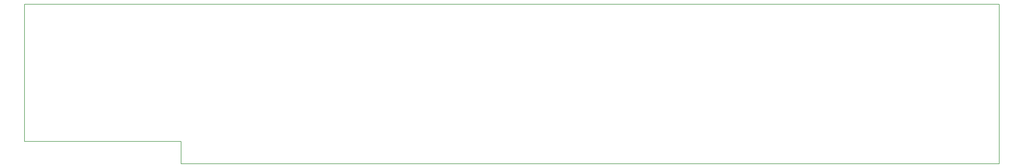
<source format=gbr>
G04 #@! TF.FileFunction,Profile,NP*
%FSLAX46Y46*%
G04 Gerber Fmt 4.6, Leading zero omitted, Abs format (unit mm)*
G04 Created by KiCad (PCBNEW 4.0.7) date 05/04/18 04:30:26*
%MOMM*%
%LPD*%
G01*
G04 APERTURE LIST*
%ADD10C,0.100000*%
%ADD11C,0.150000*%
G04 APERTURE END LIST*
D10*
D11*
X363728000Y-166624000D02*
X362204000Y-166624000D01*
X363728000Y-115824000D02*
X363728000Y-166624000D01*
X362204000Y-115824000D02*
X363728000Y-115824000D01*
X362204000Y-115824000D02*
X53848000Y-115824000D01*
X103632000Y-166624000D02*
X362204000Y-166624000D01*
X103632000Y-159512000D02*
X103632000Y-166624000D01*
X53848000Y-159512000D02*
X103632000Y-159512000D01*
X53848000Y-115824000D02*
X53848000Y-159512000D01*
M02*

</source>
